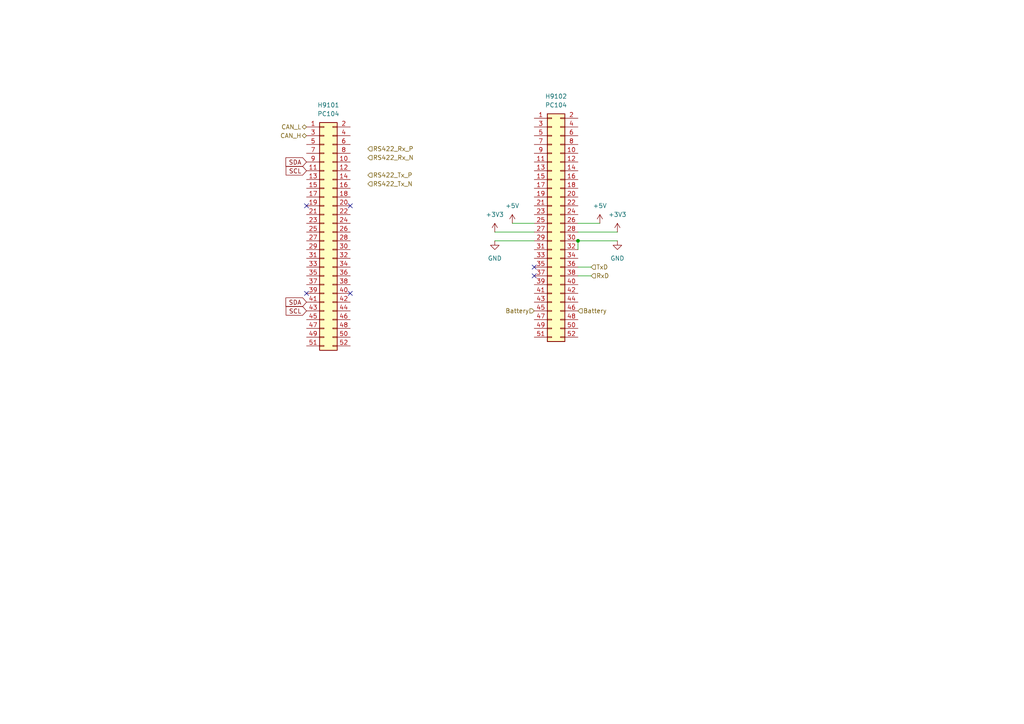
<source format=kicad_sch>
(kicad_sch (version 20250114) (generator "eeschema") (generator_version "9.0")
  (paper "A4")
  (lib_symbols
    (symbol "Connector_Generic:Conn_02x26_Odd_Even" (pin_names (offset 1.016) (hide yes))
      (property "Reference" "J" (at 1.27 33.02 0))
      (property "Value" "Conn_02x26_Odd_Even" (at 1.27 -35.56 0))
      (symbol "Conn_02x26_Odd_Even_1_1"
        (rectangle (start -1.27 31.75) (end 3.81 -34.29) (stroke (width 0.254)) (fill (type background)))
        (rectangle (start -1.27 30.607) (end 0 30.353) (stroke (width 0.1524)))
        (rectangle (start -1.27 28.067) (end 0 27.813) (stroke (width 0.1524)))
        (rectangle (start -1.27 25.527) (end 0 25.273) (stroke (width 0.1524)))
        (rectangle (start -1.27 22.987) (end 0 22.733) (stroke (width 0.1524)))
        (rectangle (start -1.27 20.447) (end 0 20.193) (stroke (width 0.1524)))
        (rectangle (start -1.27 17.907) (end 0 17.653) (stroke (width 0.1524)))
        (rectangle (start -1.27 15.367) (end 0 15.113) (stroke (width 0.1524)))
        (rectangle (start -1.27 12.827) (end 0 12.573) (stroke (width 0.1524)))
        (rectangle (start -1.27 10.287) (end 0 10.033) (stroke (width 0.1524)))
        (rectangle (start -1.27 7.747) (end 0 7.493) (stroke (width 0.1524)))
        (rectangle (start -1.27 5.207) (end 0 4.953) (stroke (width 0.1524)))
        (rectangle (start -1.27 2.667) (end 0 2.413) (stroke (width 0.1524)))
        (rectangle (start -1.27 0.127) (end 0 -0.127) (stroke (width 0.1524)))
        (rectangle (start -1.27 -2.413) (end 0 -2.667) (stroke (width 0.1524)))
        (rectangle (start -1.27 -4.953) (end 0 -5.207) (stroke (width 0.1524)))
        (rectangle (start -1.27 -7.493) (end 0 -7.747) (stroke (width 0.1524)))
        (rectangle (start -1.27 -10.033) (end 0 -10.287) (stroke (width 0.1524)))
        (rectangle (start -1.27 -12.573) (end 0 -12.827) (stroke (width 0.1524)))
        (rectangle (start -1.27 -15.113) (end 0 -15.367) (stroke (width 0.1524)))
        (rectangle (start -1.27 -17.653) (end 0 -17.907) (stroke (width 0.1524)))
        (rectangle (start -1.27 -20.193) (end 0 -20.447) (stroke (width 0.1524)))
        (rectangle (start -1.27 -22.733) (end 0 -22.987) (stroke (width 0.1524)))
        (rectangle (start -1.27 -25.273) (end 0 -25.527) (stroke (width 0.1524)))
        (rectangle (start -1.27 -27.813) (end 0 -28.067) (stroke (width 0.1524)))
        (rectangle (start -1.27 -30.353) (end 0 -30.607) (stroke (width 0.1524)))
        (rectangle (start -1.27 -32.893) (end 0 -33.147) (stroke (width 0.1524)))
        (rectangle (start 3.81 30.607) (end 2.54 30.353) (stroke (width 0.1524)))
        (rectangle (start 3.81 28.067) (end 2.54 27.813) (stroke (width 0.1524)))
        (rectangle (start 3.81 25.527) (end 2.54 25.273) (stroke (width 0.1524)))
        (rectangle (start 3.81 22.987) (end 2.54 22.733) (stroke (width 0.1524)))
        (rectangle (start 3.81 20.447) (end 2.54 20.193) (stroke (width 0.1524)))
        (rectangle (start 3.81 17.907) (end 2.54 17.653) (stroke (width 0.1524)))
        (rectangle (start 3.81 15.367) (end 2.54 15.113) (stroke (width 0.1524)))
        (rectangle (start 3.81 12.827) (end 2.54 12.573) (stroke (width 0.1524)))
        (rectangle (start 3.81 10.287) (end 2.54 10.033) (stroke (width 0.1524)))
        (rectangle (start 3.81 7.747) (end 2.54 7.493) (stroke (width 0.1524)))
        (rectangle (start 3.81 5.207) (end 2.54 4.953) (stroke (width 0.1524)))
        (rectangle (start 3.81 2.667) (end 2.54 2.413) (stroke (width 0.1524)))
        (rectangle (start 3.81 0.127) (end 2.54 -0.127) (stroke (width 0.1524)))
        (rectangle (start 3.81 -2.413) (end 2.54 -2.667) (stroke (width 0.1524)))
        (rectangle (start 3.81 -4.953) (end 2.54 -5.207) (stroke (width 0.1524)))
        (rectangle (start 3.81 -7.493) (end 2.54 -7.747) (stroke (width 0.1524)))
        (rectangle (start 3.81 -10.033) (end 2.54 -10.287) (stroke (width 0.1524)))
        (rectangle (start 3.81 -12.573) (end 2.54 -12.827) (stroke (width 0.1524)))
        (rectangle (start 3.81 -15.113) (end 2.54 -15.367) (stroke (width 0.1524)))
        (rectangle (start 3.81 -17.653) (end 2.54 -17.907) (stroke (width 0.1524)))
        (rectangle (start 3.81 -20.193) (end 2.54 -20.447) (stroke (width 0.1524)))
        (rectangle (start 3.81 -22.733) (end 2.54 -22.987) (stroke (width 0.1524)))
        (rectangle (start 3.81 -25.273) (end 2.54 -25.527) (stroke (width 0.1524)))
        (rectangle (start 3.81 -27.813) (end 2.54 -28.067) (stroke (width 0.1524)))
        (rectangle (start 3.81 -30.353) (end 2.54 -30.607) (stroke (width 0.1524)))
        (rectangle (start 3.81 -32.893) (end 2.54 -33.147) (stroke (width 0.1524)))
        (pin passive line (at -5.08 30.48 0) (length 3.81) (name "Pin_1") (number "1"))
        (pin passive line (at -5.08 27.94 0) (length 3.81) (name "Pin_3") (number "3"))
        (pin passive line (at -5.08 25.4 0) (length 3.81) (name "Pin_5") (number "5"))
        (pin passive line (at -5.08 22.86 0) (length 3.81) (name "Pin_7") (number "7"))
        (pin passive line (at -5.08 20.32 0) (length 3.81) (name "Pin_9") (number "9"))
        (pin passive line (at -5.08 17.78 0) (length 3.81) (name "Pin_11") (number "11"))
        (pin passive line (at -5.08 15.24 0) (length 3.81) (name "Pin_13") (number "13"))
        (pin passive line (at -5.08 12.7 0) (length 3.81) (name "Pin_15") (number "15"))
        (pin passive line (at -5.08 10.16 0) (length 3.81) (name "Pin_17") (number "17"))
        (pin passive line (at -5.08 7.62 0) (length 3.81) (name "Pin_19") (number "19"))
        (pin passive line (at -5.08 5.08 0) (length 3.81) (name "Pin_21") (number "21"))
        (pin passive line (at -5.08 2.54 0) (length 3.81) (name "Pin_23") (number "23"))
        (pin passive line (at -5.08 0 0) (length 3.81) (name "Pin_25") (number "25"))
        (pin passive line (at -5.08 -2.54 0) (length 3.81) (name "Pin_27") (number "27"))
        (pin passive line (at -5.08 -5.08 0) (length 3.81) (name "Pin_29") (number "29"))
        (pin passive line (at -5.08 -7.62 0) (length 3.81) (name "Pin_31") (number "31"))
        (pin passive line (at -5.08 -10.16 0) (length 3.81) (name "Pin_33") (number "33"))
        (pin passive line (at -5.08 -12.7 0) (length 3.81) (name "Pin_35") (number "35"))
        (pin passive line (at -5.08 -15.24 0) (length 3.81) (name "Pin_37") (number "37"))
        (pin passive line (at -5.08 -17.78 0) (length 3.81) (name "Pin_39") (number "39"))
        (pin passive line (at -5.08 -20.32 0) (length 3.81) (name "Pin_41") (number "41"))
        (pin passive line (at -5.08 -22.86 0) (length 3.81) (name "Pin_43") (number "43"))
        (pin passive line (at -5.08 -25.4 0) (length 3.81) (name "Pin_45") (number "45"))
        (pin passive line (at -5.08 -27.94 0) (length 3.81) (name "Pin_47") (number "47"))
        (pin passive line (at -5.08 -30.48 0) (length 3.81) (name "Pin_49") (number "49"))
        (pin passive line (at -5.08 -33.02 0) (length 3.81) (name "Pin_51") (number "51"))
        (pin passive line (at 7.62 30.48 180) (length 3.81) (name "Pin_2") (number "2"))
        (pin passive line (at 7.62 27.94 180) (length 3.81) (name "Pin_4") (number "4"))
        (pin passive line (at 7.62 25.4 180) (length 3.81) (name "Pin_6") (number "6"))
        (pin passive line (at 7.62 22.86 180) (length 3.81) (name "Pin_8") (number "8"))
        (pin passive line (at 7.62 20.32 180) (length 3.81) (name "Pin_10") (number "10"))
        (pin passive line (at 7.62 17.78 180) (length 3.81) (name "Pin_12") (number "12"))
        (pin passive line (at 7.62 15.24 180) (length 3.81) (name "Pin_14") (number "14"))
        (pin passive line (at 7.62 12.7 180) (length 3.81) (name "Pin_16") (number "16"))
        (pin passive line (at 7.62 10.16 180) (length 3.81) (name "Pin_18") (number "18"))
        (pin passive line (at 7.62 7.62 180) (length 3.81) (name "Pin_20") (number "20"))
        (pin passive line (at 7.62 5.08 180) (length 3.81) (name "Pin_22") (number "22"))
        (pin passive line (at 7.62 2.54 180) (length 3.81) (name "Pin_24") (number "24"))
        (pin passive line (at 7.62 0 180) (length 3.81) (name "Pin_26") (number "26"))
        (pin passive line (at 7.62 -2.54 180) (length 3.81) (name "Pin_28") (number "28"))
        (pin passive line (at 7.62 -5.08 180) (length 3.81) (name "Pin_30") (number "30"))
        (pin passive line (at 7.62 -7.62 180) (length 3.81) (name "Pin_32") (number "32"))
        (pin passive line (at 7.62 -10.16 180) (length 3.81) (name "Pin_34") (number "34"))
        (pin passive line (at 7.62 -12.7 180) (length 3.81) (name "Pin_36") (number "36"))
        (pin passive line (at 7.62 -15.24 180) (length 3.81) (name "Pin_38") (number "38"))
        (pin passive line (at 7.62 -17.78 180) (length 3.81) (name "Pin_40") (number "40"))
        (pin passive line (at 7.62 -20.32 180) (length 3.81) (name "Pin_42") (number "42"))
        (pin passive line (at 7.62 -22.86 180) (length 3.81) (name "Pin_44") (number "44"))
        (pin passive line (at 7.62 -25.4 180) (length 3.81) (name "Pin_46") (number "46"))
        (pin passive line (at 7.62 -27.94 180) (length 3.81) (name "Pin_48") (number "48"))
        (pin passive line (at 7.62 -30.48 180) (length 3.81) (name "Pin_50") (number "50"))
        (pin passive line (at 7.62 -33.02 180) (length 3.81) (name "Pin_52") (number "52"))
      )
    )
    (symbol "power:+3V3" (power) (pin_numbers (hide yes)) (pin_names (offset 0) (hide yes))
      (property "Value" "+3V3" (at 0 3.556 0))
      (symbol "+3V3_0_1"
        (polyline (pts (xy -0.762 1.27) (xy 0 2.54)))
        (polyline (pts (xy 0 2.54) (xy 0.762 1.27)))
        (polyline (pts (xy 0 0) (xy 0 2.54)))
      )
      (symbol "+3V3_1_1"
        (pin power_in line (at 0 0 90) (length 0) (name "~") (number "1"))
      )
    )
    (symbol "power:+5V" (power) (pin_numbers (hide yes)) (pin_names (offset 0) (hide yes))
      (property "Value" "+5V" (at 0 3.556 0))
      (symbol "+5V_0_1"
        (polyline (pts (xy -0.762 1.27) (xy 0 2.54)))
        (polyline (pts (xy 0 2.54) (xy 0.762 1.27)))
        (polyline (pts (xy 0 0) (xy 0 2.54)))
      )
      (symbol "+5V_1_1"
        (pin power_in line (at 0 0 90) (length 0) (name "~") (number "1"))
      )
    )
    (symbol "power:GND" (power) (pin_numbers (hide yes)) (pin_names (offset 0) (hide yes))
      (property "Value" "GND" (at 0 -3.81 0))
      (symbol "GND_0_1"
        (polyline (pts (xy 0 0) (xy 0 -1.27) (xy 1.27 -1.27) (xy 0 -2.54) (xy -1.27 -1.27) (xy 0 -1.27)))
      )
      (symbol "GND_1_1"
        (pin power_in line (at 0 0 270) (length 0) (name "~") (number "1"))
      )
    )
  )
  (junction (at 167.64 69.85))
  (no_connect (at 154.94 77.47))
  (no_connect (at 101.6 85.09))
  (no_connect (at 88.9 85.09))
  (no_connect (at 88.9 59.69))
  (no_connect (at 101.6 59.69))
  (no_connect (at 154.94 80.01))
  (wire (pts (xy 148.59 64.77) (xy 154.94 64.77)))
  (wire (pts (xy 143.51 69.85) (xy 154.94 69.85)))
  (wire (pts (xy 171.45 77.47) (xy 167.64 77.47)))
  (wire (pts (xy 179.07 67.31) (xy 167.64 67.31)))
  (wire (pts (xy 179.07 69.85) (xy 167.64 69.85)))
  (wire (pts (xy 143.51 67.31) (xy 154.94 67.31)))
  (wire (pts (xy 171.45 80.01) (xy 167.64 80.01)))
  (wire (pts (xy 173.99 64.77) (xy 167.64 64.77)))
  (wire (pts (xy 167.64 72.39) (xy 167.64 69.85)))
  (image (at 353.06 64.77))
  (global_label "SCL" (shape input) (at 88.9 90.17 180) (property "Intersheetrefs" "${INTERSHEET_REFS}" (effects (hide yes))) (property "Netclass" "I2C" (effects (hide yes))))
  (global_label "SDA" (shape input) (at 88.9 87.63 180) (property "Intersheetrefs" "${INTERSHEET_REFS}" (effects (hide yes))) (property "Netclass" "I2C" (effects (hide yes))))
  (global_label "SCL" (shape input) (at 88.9 49.53 180) (property "Intersheetrefs" "${INTERSHEET_REFS}" (effects (hide yes))) (property "Netclass" "I2C" (effects (hide yes))))
  (global_label "SDA" (shape input) (at 88.9 46.99 180) (property "Intersheetrefs" "${INTERSHEET_REFS}" (effects (hide yes))) (property "Netclass" "I2C" (effects (hide yes))))
  (hierarchical_label "RS422_Rx_N" (shape input) (at 106.68 45.72 0) (property "Netclass" "DIGITAL" (effects (hide yes))))
  (hierarchical_label "TxD" (shape input) (at 171.45 77.47 0))
  (hierarchical_label "RS422_Rx_P" (shape input) (at 106.68 43.18 0) (property "Netclass" "DIGITAL" (effects (hide yes))))
  (hierarchical_label "Battery" (shape input) (at 154.94 90.17 180))
  (hierarchical_label "CAN_L" (shape bidirectional) (at 88.9 36.83 180))
  (hierarchical_label "RxD" (shape input) (at 171.45 80.01 0))
  (hierarchical_label "Battery" (shape input) (at 167.64 90.17 0))
  (hierarchical_label "RS422_Tx_N" (shape input) (at 106.68 53.34 0) (property "Netclass" "DIGITAL" (effects (hide yes))))
  (hierarchical_label "CAN_H" (shape bidirectional) (at 88.9 39.37 180))
  (hierarchical_label "RS422_Tx_P" (shape input) (at 106.68 50.8 0) (property "Netclass" "DIGITAL" (effects (hide yes))))
  (symbol (lib_id "power:+5V") (at 173.99 64.77 0) (unit 1)
    (property "Reference" "#PWR09109" (effects (hide yes)))
    (property "Value" "+5V" (at 173.99 59.69 0))
    (property "Description" "Power symbol creates a global label with name \"+5V\"" (effects (hide yes)))
    (instances (project "EPS" (path "" (reference "#PWR09109") (unit 1)) (path "" (reference "#PWR09209") (unit 1)) (path "" (reference "#PWR06152") (unit 1))))
  )
  (symbol (lib_id "power:GND") (at 179.07 69.85 0) (unit 1)
    (property "Reference" "#PWR09111" (effects (hide yes)))
    (property "Value" "GND" (at 179.07 74.93 0))
    (property "Description" "Power symbol creates a global label with name \"GND\" , ground" (effects (hide yes)))
    (instances (project "EPS" (path "" (reference "#PWR09111") (unit 1)) (path "" (reference "#PWR09211") (unit 1)) (path "" (reference "#PWR06156") (unit 1))))
  )
  (symbol (lib_id "power:+5V") (at 148.59 64.77 0) (unit 1)
    (property "Reference" "#PWR09108" (effects (hide yes)))
    (property "Value" "+5V" (at 148.59 59.69 0))
    (property "Description" "Power symbol creates a global label with name \"+5V\"" (effects (hide yes)))
    (instances (project "EPS" (path "" (reference "#PWR09108") (unit 1)) (path "" (reference "#PWR09208") (unit 1)) (path "" (reference "#PWR06151") (unit 1))))
  )
  (symbol (lib_id "power:GND") (at 143.51 69.85 0) (unit 1)
    (property "Reference" "#PWR09107" (effects (hide yes)))
    (property "Value" "GND" (at 143.51 74.93 0))
    (property "Description" "Power symbol creates a global label with name \"GND\" , ground" (effects (hide yes)))
    (instances (project "EPS" (path "" (reference "#PWR09107") (unit 1)) (path "" (reference "#PWR09207") (unit 1)) (path "" (reference "#PWR06150") (unit 1))))
  )
  (symbol (lib_id "power:+3V3") (at 179.07 67.31 0) (unit 1)
    (property "Reference" "#PWR09110" (effects (hide yes)))
    (property "Value" "+3V3" (at 179.07 62.23 0))
    (property "Description" "Power symbol creates a global label with name \"+3V3\"" (effects (hide yes)))
    (instances (project "EPS" (path "" (reference "#PWR09110") (unit 1)) (path "" (reference "#PWR09210") (unit 1)) (path "" (reference "#PWR06155") (unit 1))))
  )
  (symbol (lib_id "Connector_Generic:Conn_02x26_Odd_Even") (at 93.98 67.31 0) (unit 1)
    (property "Reference" "H9101" (at 95.25 30.48 0))
    (property "Value" "PC104" (at 95.25 33.02 0))
    (property "Footprint" "Connector_PinSocket_2.54mm:PinSocket_2x26_P2.54mm_Vertical" (effects (hide yes)))
    (property "Description" "Generic connector, double row, 02x26, odd/even pin numbering scheme (row 1 odd numbers, row 2 even numbers), script generated (kicad-library-utils/schlib/autogen/connector/)" (effects (hide yes)))
    (instances (project "EPS" (path "" (reference "H9101") (unit 1)) (path "" (reference "H9201") (unit 1)) (path "" (reference "H6105") (unit 1))))
  )
  (symbol (lib_id "Connector_Generic:Conn_02x26_Odd_Even") (at 160.02 64.77 0) (unit 1)
    (property "Reference" "H9102" (at 161.29 27.94 0))
    (property "Value" "PC104" (at 161.29 30.48 0))
    (property "Footprint" "Connector_PinSocket_2.54mm:PinSocket_2x26_P2.54mm_Vertical" (effects (hide yes)))
    (property "Description" "Generic connector, double row, 02x26, odd/even pin numbering scheme (row 1 odd numbers, row 2 even numbers), script generated (kicad-library-utils/schlib/autogen/connector/)" (effects (hide yes)))
    (instances (project "EPS" (path "" (reference "H9102") (unit 1)) (path "" (reference "H9202") (unit 1)) (path "" (reference "H6106") (unit 1))))
  )
  (symbol (lib_id "power:+3V3") (at 143.51 67.31 0) (unit 1)
    (property "Reference" "#PWR09106" (effects (hide yes)))
    (property "Value" "+3V3" (at 143.51 62.23 0))
    (property "Description" "Power symbol creates a global label with name \"+3V3\"" (effects (hide yes)))
    (instances (project "EPS" (path "" (reference "#PWR09106") (unit 1)) (path "" (reference "#PWR09206") (unit 1)) (path "" (reference "#PWR06149") (unit 1))))
  )
)
</source>
